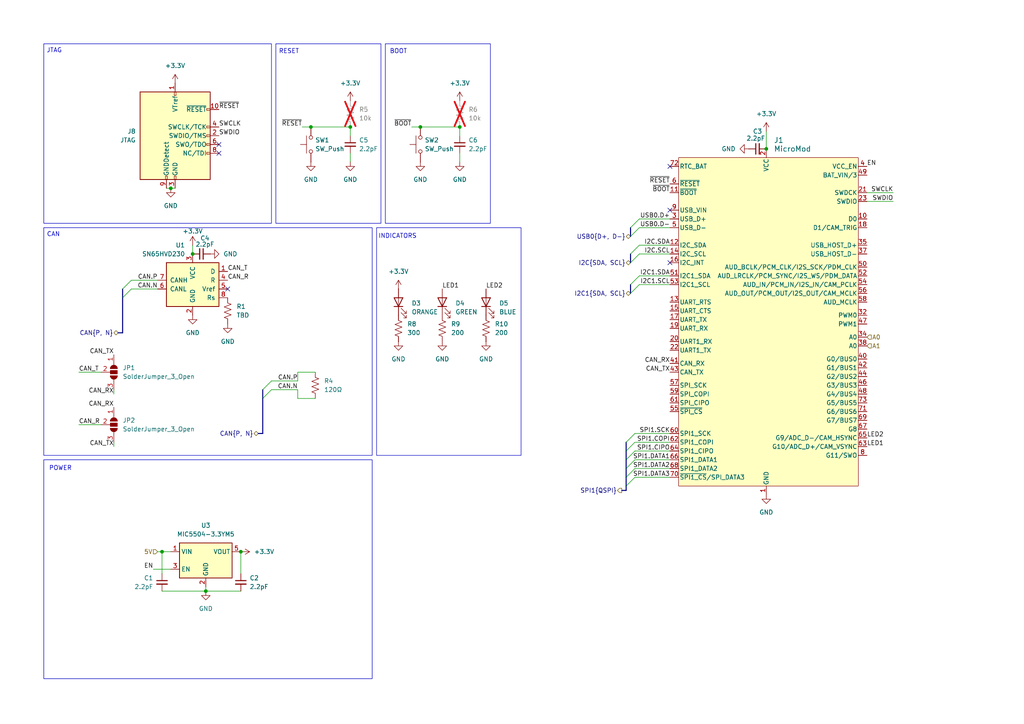
<source format=kicad_sch>
(kicad_sch (version 20231120) (generator "eeschema") (generator_version "8.0")
  (paper "A4")
  (lib_symbols
    (symbol "Connector:Conn_ARM_JTAG_SWD_10" (pin_names (offset 1.016))
      (property "Reference" "J" (at -2.54 16.51 0))
      (property "Value" "Conn_ARM_JTAG_SWD_10" (at -2.54 13.97 0))
      (symbol "Conn_ARM_JTAG_SWD_10_0_1"
        (rectangle (start -10.16 12.7) (end 10.16 -12.7) (stroke (width 0.254)) (fill (type background)))
        (rectangle (start -2.794 -12.7) (end -2.286 -11.684))
        (rectangle (start -0.254 -12.7) (end 0.254 -11.684))
        (rectangle (start -0.254 12.7) (end 0.254 11.684))
        (rectangle (start 9.144 2.286) (end 10.16 2.794))
        (rectangle (start 10.16 -2.794) (end 9.144 -2.286))
        (rectangle (start 10.16 -0.254) (end 9.144 0.254))
        (rectangle (start 10.16 7.874) (end 9.144 7.366))
      )
      (symbol "Conn_ARM_JTAG_SWD_10_1_1"
        (rectangle (start 9.144 -5.334) (end 10.16 -4.826))
        (pin power_in line (at 0 15.24 270) (length 2.54) (name "VTref") (number "1"))
        (pin open_collector line (at 12.7 7.62 180) (length 2.54) (name "~{RESET}") (number "10"))
        (pin bidirectional line (at 12.7 0 180) (length 2.54) (name "SWDIO/TMS") (number "2"))
        (pin power_in line (at 0 -15.24 90) (length 2.54) (name "GND") (number "3"))
        (pin output line (at 12.7 2.54 180) (length 2.54) (name "SWCLK/TCK") (number "4"))
        (pin passive line (at 0 -15.24 90) (length 2.54) hide (name "GND") (number "5"))
        (pin input line (at 12.7 -2.54 180) (length 2.54) (name "SWO/TDO") (number "6"))
        (pin no_connect line (at -10.16 0 0) (length 2.54) hide (name "KEY") (number "7"))
        (pin output line (at 12.7 -5.08 180) (length 2.54) (name "NC/TDI") (number "8"))
        (pin passive line (at -2.54 -15.24 90) (length 2.54) (name "GNDDetect") (number "9"))
      )
    )
    (symbol "Device:C_Small" (pin_numbers hide) (pin_names (offset 0.254) hide)
      (property "Reference" "C" (at 0.254 1.778 0))
      (property "Value" "C_Small" (at 0.254 -2.032 0))
      (symbol "C_Small_0_1"
        (polyline (pts (xy -1.524 -0.508) (xy 1.524 -0.508)) (stroke (width 0.3302)))
        (polyline (pts (xy -1.524 0.508) (xy 1.524 0.508)) (stroke (width 0.3048)))
      )
      (symbol "C_Small_1_1"
        (pin passive line (at 0 2.54 270) (length 2.032) (name "~") (number "1"))
        (pin passive line (at 0 -2.54 90) (length 2.032) (name "~") (number "2"))
      )
    )
    (symbol "Device:LED" (pin_numbers hide) (pin_names (offset 1.016) hide)
      (property "Reference" "D" (at 0 2.54 0))
      (property "Value" "LED" (at 0 -2.54 0))
      (symbol "LED_0_1"
        (polyline (pts (xy -1.27 -1.27) (xy -1.27 1.27)) (stroke (width 0.254)))
        (polyline (pts (xy -1.27 0) (xy 1.27 0)))
        (polyline (pts (xy 1.27 -1.27) (xy 1.27 1.27) (xy -1.27 0) (xy 1.27 -1.27)) (stroke (width 0.254)))
        (polyline (pts (xy -3.048 -0.762) (xy -4.572 -2.286) (xy -3.81 -2.286) (xy -4.572 -2.286) (xy -4.572 -1.524)))
        (polyline (pts (xy -1.778 -0.762) (xy -3.302 -2.286) (xy -2.54 -2.286) (xy -3.302 -2.286) (xy -3.302 -1.524)))
      )
      (symbol "LED_1_1"
        (pin passive line (at -3.81 0 0) (length 2.54) (name "K") (number "1"))
        (pin passive line (at 3.81 0 180) (length 2.54) (name "A") (number "2"))
      )
    )
    (symbol "Device:R_US" (pin_numbers hide) (pin_names (offset 0))
      (property "Reference" "R" (at 2.54 0 90))
      (property "Value" "R_US" (at -2.54 0 90))
      (symbol "R_US_0_1"
        (polyline (pts (xy 0 -2.286) (xy 0 -2.54)))
        (polyline (pts (xy 0 2.286) (xy 0 2.54)))
        (polyline (pts (xy 0 -0.762) (xy 1.016 -1.143) (xy 0 -1.524) (xy -1.016 -1.905) (xy 0 -2.286)))
        (polyline (pts (xy 0 0.762) (xy 1.016 0.381) (xy 0 0) (xy -1.016 -0.381) (xy 0 -0.762)))
        (polyline (pts (xy 0 2.286) (xy 1.016 1.905) (xy 0 1.524) (xy -1.016 1.143) (xy 0 0.762)))
      )
      (symbol "R_US_1_1"
        (pin passive line (at 0 3.81 270) (length 1.27) (name "~") (number "1"))
        (pin passive line (at 0 -3.81 90) (length 1.27) (name "~") (number "2"))
      )
    )
    (symbol "Interface_CAN_LIN:SN65HVD230" (pin_names (offset 1.016))
      (property "Reference" "U" (at -2.54 10.16 0))
      (property "Value" "SN65HVD230" (at -2.54 7.62 0))
      (symbol "SN65HVD230_0_1"
        (rectangle (start -7.62 5.08) (end 7.62 -7.62) (stroke (width 0.254)) (fill (type background)))
      )
      (symbol "SN65HVD230_1_1"
        (pin input line (at -10.16 2.54 0) (length 2.54) (name "D") (number "1"))
        (pin power_in line (at 0 -10.16 90) (length 2.54) (name "GND") (number "2"))
        (pin power_in line (at 0 7.62 270) (length 2.54) (name "VCC") (number "3"))
        (pin output line (at -10.16 0 0) (length 2.54) (name "R") (number "4"))
        (pin output line (at -10.16 -2.54 0) (length 2.54) (name "Vref") (number "5"))
        (pin bidirectional line (at 10.16 -2.54 180) (length 2.54) (name "CANL") (number "6"))
        (pin bidirectional line (at 10.16 0 180) (length 2.54) (name "CANH") (number "7"))
        (pin input line (at -10.16 -5.08 0) (length 2.54) (name "Rs") (number "8"))
      )
    )
    (symbol "Jumper:SolderJumper_3_Open" (pin_names (offset 0) hide) (exclude_from_sim yes) (in_bom no)
      (property "Reference" "JP" (at -2.54 -2.54 0))
      (property "Value" "SolderJumper_3_Open" (at 0 2.794 0))
      (symbol "SolderJumper_3_Open_0_1"
        (arc (start -1.016 1.016) (mid -2.0276 0) (end -1.016 -1.016))
        (arc (start -1.016 1.016) (mid -2.0276 0) (end -1.016 -1.016) (fill (type outline)))
        (rectangle (start -0.508 1.016) (end 0.508 -1.016) (fill (type outline)))
        (polyline (pts (xy -2.54 0) (xy -2.032 0)))
        (polyline (pts (xy -1.016 1.016) (xy -1.016 -1.016)))
        (polyline (pts (xy 0 -1.27) (xy 0 -1.016)))
        (polyline (pts (xy 1.016 1.016) (xy 1.016 -1.016)))
        (polyline (pts (xy 2.54 0) (xy 2.032 0)))
        (arc (start 1.016 -1.016) (mid 2.0276 0) (end 1.016 1.016))
        (arc (start 1.016 -1.016) (mid 2.0276 0) (end 1.016 1.016) (fill (type outline)))
      )
      (symbol "SolderJumper_3_Open_1_1"
        (pin passive line (at -5.08 0 0) (length 2.54) (name "A") (number "1"))
        (pin passive line (at 0 -3.81 90) (length 2.54) (name "C") (number "2"))
        (pin passive line (at 5.08 0 180) (length 2.54) (name "B") (number "3"))
      )
    )
    (symbol "Regulator_Linear:MIC5504-3.3YM5"
      (property "Reference" "U" (at -7.62 8.89 0))
      (property "Value" "MIC5504-3.3YM5" (at -7.62 6.35 0))
      (symbol "MIC5504-3.3YM5_0_1"
        (rectangle (start -7.62 -5.08) (end 7.62 5.08) (stroke (width 0.254)) (fill (type background)))
      )
      (symbol "MIC5504-3.3YM5_1_1"
        (pin power_in line (at -10.16 2.54 0) (length 2.54) (name "VIN") (number "1"))
        (pin power_in line (at 0 -7.62 90) (length 2.54) (name "GND") (number "2"))
        (pin input line (at -10.16 -2.54 0) (length 2.54) (name "EN") (number "3"))
        (pin no_connect line (at 7.62 -2.54 180) (length 2.54) hide (name "NC") (number "4"))
        (pin power_out line (at 10.16 2.54 180) (length 2.54) (name "VOUT") (number "5"))
      )
    )
    (symbol "SJSU_common:MicroMod" (pin_names (offset 0.254))
      (property "Reference" "J" (at 16.256 12.7 0))
      (property "Value" "MicroMod" (at 16.51 10.16 0))
      (symbol "MicroMod_1_1"
        (rectangle (start -8.89 2.54) (end 43.18 -92.71) (fill (type background)))
        (pin power_out line (at 16.51 -95.25 90) (length 2.54) (name "GND") (number "1"))
        (pin bidirectional line (at 45.72 -15.24 180) (length 2.54) (name "D0") (number "10"))
        (pin open_collector line (at -11.43 -7.62 0) (length 2.54) (name "~{BOOT}") (number "11"))
        (pin bidirectional line (at -11.43 -22.86 0) (length 2.54) (name "I2C_SDA") (number "12"))
        (pin output line (at -11.43 -39.37 0) (length 2.54) (name "UART_RTS") (number "13"))
        (pin bidirectional line (at -11.43 -25.4 0) (length 2.54) (name "I2C_SCL") (number "14"))
        (pin input line (at -11.43 -41.91 0) (length 2.54) (name "UART_CTS") (number "15"))
        (pin open_collector line (at -11.43 -27.94 0) (length 2.54) (name "I2C_INT") (number "16"))
        (pin output line (at -11.43 -44.45 0) (length 2.54) (name "UART_TX") (number "17"))
        (pin bidirectional line (at 45.72 -17.78 180) (length 2.54) (name "D1/CAM_TRIG") (number "18"))
        (pin input line (at -11.43 -46.99 0) (length 2.54) (name "UART_RX") (number "19"))
        (pin power_in line (at 16.51 5.08 270) (length 2.54) (name "VCC") (number "2"))
        (pin input line (at -11.43 -50.8 0) (length 2.54) (name "UART1_RX") (number "20"))
        (pin input line (at 45.72 -7.62 180) (length 2.54) (name "SWDCK") (number "21"))
        (pin output line (at -11.43 -53.34 0) (length 2.54) (name "UART1_TX") (number "22"))
        (pin output line (at 45.72 -10.16 180) (length 2.54) (name "SWDIO") (number "23"))
        (pin bidirectional line (at -11.43 -15.24 0) (length 2.54) (name "USB_D+") (number "3"))
        (pin output line (at 45.72 -43.18 180) (length 2.54) (name "PWM0") (number "32"))
        (pin power_out line (at 16.51 -95.25 90) (length 2.54) hide (name "GND") (number "33"))
        (pin output line (at 45.72 -49.53 180) (length 2.54) (name "A0") (number "34"))
        (pin bidirectional line (at 45.72 -22.86 180) (length 2.54) (name "USB_HOST_D+") (number "35"))
        (pin power_out line (at 16.51 -95.25 90) (length 2.54) hide (name "GND") (number "36"))
        (pin power_out line (at 16.51 -95.25 90) (length 2.54) hide (name "GND") (number "36"))
        (pin bidirectional line (at 45.72 -25.4 180) (length 2.54) (name "USB_HOST_D-") (number "37"))
        (pin output line (at 45.72 -52.07 180) (length 2.54) (name "A0") (number "38"))
        (pin power_out line (at 16.51 -95.25 90) (length 2.54) hide (name "GND") (number "39"))
        (pin output line (at 45.72 0 180) (length 2.54) (name "VCC_EN") (number "4"))
        (pin bidirectional line (at 45.72 -55.88 180) (length 2.54) (name "G0/BUS0") (number "40"))
        (pin input line (at -11.43 -57.15 0) (length 2.54) (name "CAN_RX") (number "41"))
        (pin bidirectional line (at 45.72 -58.42 180) (length 2.54) (name "G1/BUS1") (number "42"))
        (pin output line (at -11.43 -59.69 0) (length 2.54) (name "CAN_TX") (number "43"))
        (pin bidirectional line (at 45.72 -60.96 180) (length 2.54) (name "G2/BUS2") (number "44"))
        (pin power_out line (at 16.51 -95.25 90) (length 2.54) hide (name "GND") (number "45"))
        (pin bidirectional line (at 45.72 -63.5 180) (length 2.54) (name "G3/BUS3") (number "46"))
        (pin output line (at 45.72 -45.72 180) (length 2.54) (name "PWM1") (number "47"))
        (pin bidirectional line (at 45.72 -66.04 180) (length 2.54) (name "G4/BUS4") (number "48"))
        (pin input line (at 45.72 -2.54 180) (length 2.54) (name "BAT_VIN/3") (number "49"))
        (pin bidirectional line (at -11.43 -17.78 0) (length 2.54) (name "USB_D-") (number "5"))
        (pin bidirectional line (at 45.72 -29.21 180) (length 2.54) (name "AUD_BCLK/PCM_CLK/I2S_SCK/PDM_CLK") (number "50"))
        (pin bidirectional line (at -11.43 -31.75 0) (length 2.54) (name "I2C1_SDA") (number "51"))
        (pin bidirectional line (at 45.72 -31.75 180) (length 2.54) (name "AUD_LRCLK/PCM_SYNC/I2S_WS/PDM_DATA") (number "52"))
        (pin bidirectional line (at -11.43 -34.29 0) (length 2.54) (name "I2C1_SCL") (number "53"))
        (pin input line (at 45.72 -34.29 180) (length 2.54) (name "AUD_IN/PCM_IN/I2S_IN/CAM_PCLK") (number "54"))
        (pin output line (at -11.43 -71.12 0) (length 2.54) (name "~{SPI_CS}") (number "55"))
        (pin output line (at 45.72 -36.83 180) (length 2.54) (name "AUD_OUT/PCM_OUT/I2S_OUT/CAM_MCLK") (number "56"))
        (pin output line (at -11.43 -63.5 0) (length 2.54) (name "SPI_SCK") (number "57"))
        (pin output line (at 45.72 -39.37 180) (length 2.54) (name "AUD_MCLK") (number "58"))
        (pin output line (at -11.43 -66.04 0) (length 2.54) (name "SPI_COPI") (number "59"))
        (pin open_collector line (at -11.43 -5.08 0) (length 2.54) (name "~{RESET}") (number "6"))
        (pin output line (at -11.43 -77.47 0) (length 2.54) (name "SPI1_SCK") (number "60"))
        (pin output line (at -11.43 -68.58 0) (length 2.54) (name "SPI_CIPO") (number "61"))
        (pin output line (at -11.43 -80.01 0) (length 2.54) (name "SPI1_COPI") (number "62"))
        (pin bidirectional line (at 45.72 -81.28 180) (length 2.54) (name "G10/ADC_D+/CAM_VSYNC") (number "63"))
        (pin output line (at -11.43 -82.55 0) (length 2.54) (name "SPI1_CIPO") (number "64"))
        (pin bidirectional line (at 45.72 -78.74 180) (length 2.54) (name "G9/ADC_D-/CAM_HSYNC") (number "65"))
        (pin output line (at -11.43 -85.09 0) (length 2.54) (name "SPI1_DATA1") (number "66"))
        (pin bidirectional line (at 45.72 -76.2 180) (length 2.54) (name "G8") (number "67"))
        (pin output line (at -11.43 -87.63 0) (length 2.54) (name "SPI1_DATA2") (number "68"))
        (pin bidirectional line (at 45.72 -73.66 180) (length 2.54) (name "G7/BUS7") (number "69"))
        (pin power_out line (at 16.51 -95.25 90) (length 2.54) hide (name "GND") (number "7"))
        (pin bidirectional line (at -11.43 -90.17 0) (length 2.54) (name "~{SPI1_CS}/SPI_DATA3") (number "70"))
        (pin bidirectional line (at 45.72 -71.12 180) (length 2.54) (name "G6/BUS6") (number "71"))
        (pin power_in line (at -11.43 0 0) (length 2.54) (name "RTC_BAT") (number "72"))
        (pin bidirectional line (at 45.72 -68.58 180) (length 2.54) (name "G5/BUS5") (number "73"))
        (pin power_in line (at 16.51 -95.25 90) (length 2.54) hide (name "GND") (number "74"))
        (pin power_out line (at 16.51 -95.25 90) (length 2.54) hide (name "GND") (number "75"))
        (pin bidirectional line (at 45.72 -83.82 180) (length 2.54) (name "G11/SWO") (number "8"))
        (pin power_in line (at -11.43 -12.7 0) (length 2.54) (name "USB_VIN") (number "9"))
        (pin power_out line (at 16.51 -95.25 90) (length 2.54) hide (name "GND") (number "S1"))
        (pin power_out line (at 16.51 -95.25 90) (length 2.54) hide (name "GND") (number "S2"))
        (pin power_out line (at 16.51 -95.25 90) (length 2.54) hide (name "GND") (number "S3"))
      )
      (symbol "MicroMod_1_2"
        (polyline (pts (xy 5.08 -86.36) (xy 12.7 -86.36)) (stroke (width 0.127)))
        (polyline (pts (xy 5.08 2.54) (xy 5.08 -86.36)) (stroke (width 0.127)))
        (polyline (pts (xy 7.62 -83.82) (xy 5.08 -83.82)) (stroke (width 0.127)))
        (polyline (pts (xy 7.62 -83.82) (xy 8.89 -84.6667)) (stroke (width 0.127)))
        (polyline (pts (xy 7.62 -83.82) (xy 8.89 -82.9733)) (stroke (width 0.127)))
        (polyline (pts (xy 7.62 -81.28) (xy 5.08 -81.28)) (stroke (width 0.127)))
        (polyline (pts (xy 7.62 -81.28) (xy 8.89 -82.1267)) (stroke (width 0.127)))
        (polyline (pts (xy 7.62 -81.28) (xy 8.89 -80.4333)) (stroke (width 0.127)))
        (polyline (pts (xy 7.62 -78.74) (xy 5.08 -78.74)) (stroke (width 0.127)))
        (polyline (pts (xy 7.62 -78.74) (xy 8.89 -79.5867)) (stroke (width 0.127)))
        (polyline (pts (xy 7.62 -78.74) (xy 8.89 -77.8933)) (stroke (width 0.127)))
        (polyline (pts (xy 7.62 -76.2) (xy 5.08 -76.2)) (stroke (width 0.127)))
        (polyline (pts (xy 7.62 -76.2) (xy 8.89 -77.0467)) (stroke (width 0.127)))
        (polyline (pts (xy 7.62 -76.2) (xy 8.89 -75.3533)) (stroke (width 0.127)))
        (polyline (pts (xy 7.62 -73.66) (xy 5.08 -73.66)) (stroke (width 0.127)))
        (polyline (pts (xy 7.62 -73.66) (xy 8.89 -74.5067)) (stroke (width 0.127)))
        (polyline (pts (xy 7.62 -73.66) (xy 8.89 -72.8133)) (stroke (width 0.127)))
        (polyline (pts (xy 7.62 -71.12) (xy 5.08 -71.12)) (stroke (width 0.127)))
        (polyline (pts (xy 7.62 -71.12) (xy 8.89 -71.9667)) (stroke (width 0.127)))
        (polyline (pts (xy 7.62 -71.12) (xy 8.89 -70.2733)) (stroke (width 0.127)))
        (polyline (pts (xy 7.62 -68.58) (xy 5.08 -68.58)) (stroke (width 0.127)))
        (polyline (pts (xy 7.62 -68.58) (xy 8.89 -69.4267)) (stroke (width 0.127)))
        (polyline (pts (xy 7.62 -68.58) (xy 8.89 -67.7333)) (stroke (width 0.127)))
        (polyline (pts (xy 7.62 -66.04) (xy 5.08 -66.04)) (stroke (width 0.127)))
        (polyline (pts (xy 7.62 -66.04) (xy 8.89 -66.8867)) (stroke (width 0.127)))
        (polyline (pts (xy 7.62 -66.04) (xy 8.89 -65.1933)) (stroke (width 0.127)))
        (polyline (pts (xy 7.62 -63.5) (xy 5.08 -63.5)) (stroke (width 0.127)))
        (polyline (pts (xy 7.62 -63.5) (xy 8.89 -64.3467)) (stroke (width 0.127)))
        (polyline (pts (xy 7.62 -63.5) (xy 8.89 -62.6533)) (stroke (width 0.127)))
        (polyline (pts (xy 7.62 -60.96) (xy 5.08 -60.96)) (stroke (width 0.127)))
        (polyline (pts (xy 7.62 -60.96) (xy 8.89 -61.8067)) (stroke (width 0.127)))
        (polyline (pts (xy 7.62 -60.96) (xy 8.89 -60.1133)) (stroke (width 0.127)))
        (polyline (pts (xy 7.62 -58.42) (xy 5.08 -58.42)) (stroke (width 0.127)))
        (polyline (pts (xy 7.62 -58.42) (xy 8.89 -59.2667)) (stroke (width 0.127)))
        (polyline (pts (xy 7.62 -58.42) (xy 8.89 -57.5733)) (stroke (width 0.127)))
        (polyline (pts (xy 7.62 -55.88) (xy 5.08 -55.88)) (stroke (width 0.127)))
        (polyline (pts (xy 7.62 -55.88) (xy 8.89 -56.7267)) (stroke (width 0.127)))
        (polyline (pts (xy 7.62 -55.88) (xy 8.89 -55.0333)) (stroke (width 0.127)))
        (polyline (pts (xy 7.62 -53.34) (xy 5.08 -53.34)) (stroke (width 0.127)))
        (polyline (pts (xy 7.62 -53.34) (xy 8.89 -54.1867)) (stroke (width 0.127)))
        (polyline (pts (xy 7.62 -53.34) (xy 8.89 -52.4933)) (stroke (width 0.127)))
        (polyline (pts (xy 7.62 -50.8) (xy 5.08 -50.8)) (stroke (width 0.127)))
        (polyline (pts (xy 7.62 -50.8) (xy 8.89 -51.6467)) (stroke (width 0.127)))
        (polyline (pts (xy 7.62 -50.8) (xy 8.89 -49.9533)) (stroke (width 0.127)))
        (polyline (pts (xy 7.62 -48.26) (xy 5.08 -48.26)) (stroke (width 0.127)))
        (polyline (pts (xy 7.62 -48.26) (xy 8.89 -49.1067)) (stroke (width 0.127)))
        (polyline (pts (xy 7.62 -48.26) (xy 8.89 -47.4133)) (stroke (width 0.127)))
        (polyline (pts (xy 7.62 -45.72) (xy 5.08 -45.72)) (stroke (width 0.127)))
        (polyline (pts (xy 7.62 -45.72) (xy 8.89 -46.5667)) (stroke (width 0.127)))
        (polyline (pts (xy 7.62 -45.72) (xy 8.89 -44.8733)) (stroke (width 0.127)))
        (polyline (pts (xy 7.62 -43.18) (xy 5.08 -43.18)) (stroke (width 0.127)))
        (polyline (pts (xy 7.62 -43.18) (xy 8.89 -44.0267)) (stroke (width 0.127)))
        (polyline (pts (xy 7.62 -43.18) (xy 8.89 -42.3333)) (stroke (width 0.127)))
        (polyline (pts (xy 7.62 -40.64) (xy 5.08 -40.64)) (stroke (width 0.127)))
        (polyline (pts (xy 7.62 -40.64) (xy 8.89 -41.4867)) (stroke (width 0.127)))
        (polyline (pts (xy 7.62 -40.64) (xy 8.89 -39.7933)) (stroke (width 0.127)))
        (polyline (pts (xy 7.62 -38.1) (xy 5.08 -38.1)) (stroke (width 0.127)))
        (polyline (pts (xy 7.62 -38.1) (xy 8.89 -38.9467)) (stroke (width 0.127)))
        (polyline (pts (xy 7.62 -38.1) (xy 8.89 -37.2533)) (stroke (width 0.127)))
        (polyline (pts (xy 7.62 -35.56) (xy 5.08 -35.56)) (stroke (width 0.127)))
        (polyline (pts (xy 7.62 -35.56) (xy 8.89 -36.4067)) (stroke (width 0.127)))
        (polyline (pts (xy 7.62 -35.56) (xy 8.89 -34.7133)) (stroke (width 0.127)))
        (polyline (pts (xy 7.62 -33.02) (xy 5.08 -33.02)) (stroke (width 0.127)))
        (polyline (pts (xy 7.62 -33.02) (xy 8.89 -33.8667)) (stroke (width 0.127)))
        (polyline (pts (xy 7.62 -33.02) (xy 8.89 -32.1733)) (stroke (width 0.127)))
        (polyline (pts (xy 7.62 -30.48) (xy 5.08 -30.48)) (stroke (width 0.127)))
        (polyline (pts (xy 7.62 -30.48) (xy 8.89 -31.3267)) (stroke (width 0.127)))
        (polyline (pts (xy 7.62 -30.48) (xy 8.89 -29.6333)) (stroke (width 0.127)))
        (polyline (pts (xy 7.62 -27.94) (xy 5.08 -27.94)) (stroke (width 0.127)))
        (polyline (pts (xy 7.62 -27.94) (xy 8.89 -28.7867)) (stroke (width 0.127)))
        (polyline (pts (xy 7.62 -27.94) (xy 8.89 -27.0933)) (stroke (width 0.127)))
        (polyline (pts (xy 7.62 -25.4) (xy 5.08 -25.4)) (stroke (width 0.127)))
        (polyline (pts (xy 7.62 -25.4) (xy 8.89 -26.2467)) (stroke (width 0.127)))
        (polyline (pts (xy 7.62 -25.4) (xy 8.89 -24.5533)) (stroke (width 0.127)))
        (polyline (pts (xy 7.62 -22.86) (xy 5.08 -22.86)) (stroke (width 0.127)))
        (polyline (pts (xy 7.62 -22.86) (xy 8.89 -23.7067)) (stroke (width 0.127)))
        (polyline (pts (xy 7.62 -22.86) (xy 8.89 -22.0133)) (stroke (width 0.127)))
        (polyline (pts (xy 7.62 -20.32) (xy 5.08 -20.32)) (stroke (width 0.127)))
        (polyline (pts (xy 7.62 -20.32) (xy 8.89 -21.1667)) (stroke (width 0.127)))
        (polyline (pts (xy 7.62 -20.32) (xy 8.89 -19.4733)) (stroke (width 0.127)))
        (polyline (pts (xy 7.62 -17.78) (xy 5.08 -17.78)) (stroke (width 0.127)))
        (polyline (pts (xy 7.62 -17.78) (xy 8.89 -18.6267)) (stroke (width 0.127)))
        (polyline (pts (xy 7.62 -17.78) (xy 8.89 -16.9333)) (stroke (width 0.127)))
        (polyline (pts (xy 7.62 -15.24) (xy 5.08 -15.24)) (stroke (width 0.127)))
        (polyline (pts (xy 7.62 -15.24) (xy 8.89 -16.0867)) (stroke (width 0.127)))
        (polyline (pts (xy 7.62 -15.24) (xy 8.89 -14.3933)) (stroke (width 0.127)))
        (polyline (pts (xy 7.62 -12.7) (xy 5.08 -12.7)) (stroke (width 0.127)))
        (polyline (pts (xy 7.62 -12.7) (xy 8.89 -13.5467)) (stroke (width 0.127)))
        (polyline (pts (xy 7.62 -12.7) (xy 8.89 -11.8533)) (stroke (width 0.127)))
        (polyline (pts (xy 7.62 -10.16) (xy 5.08 -10.16)) (stroke (width 0.127)))
        (polyline (pts (xy 7.62 -10.16) (xy 8.89 -11.0067)) (stroke (width 0.127)))
        (polyline (pts (xy 7.62 -10.16) (xy 8.89 -9.3133)) (stroke (width 0.127)))
        (polyline (pts (xy 7.62 -7.62) (xy 5.08 -7.62)) (stroke (width 0.127)))
        (polyline (pts (xy 7.62 -7.62) (xy 8.89 -8.4667)) (stroke (width 0.127)))
        (polyline (pts (xy 7.62 -7.62) (xy 8.89 -6.7733)) (stroke (width 0.127)))
        (polyline (pts (xy 7.62 -5.08) (xy 5.08 -5.08)) (stroke (width 0.127)))
        (polyline (pts (xy 7.62 -5.08) (xy 8.89 -5.9267)) (stroke (width 0.127)))
        (polyline (pts (xy 7.62 -5.08) (xy 8.89 -4.2333)) (stroke (width 0.127)))
        (polyline (pts (xy 7.62 -2.54) (xy 5.08 -2.54)) (stroke (width 0.127)))
        (polyline (pts (xy 7.62 -2.54) (xy 8.89 -3.3867)) (stroke (width 0.127)))
        (polyline (pts (xy 7.62 -2.54) (xy 8.89 -1.6933)) (stroke (width 0.127)))
        (polyline (pts (xy 7.62 0) (xy 5.08 0)) (stroke (width 0.127)))
        (polyline (pts (xy 7.62 0) (xy 8.89 -0.8467)) (stroke (width 0.127)))
        (polyline (pts (xy 7.62 0) (xy 8.89 0.8467)) (stroke (width 0.127)))
        (polyline (pts (xy 12.7 -86.36) (xy 12.7 2.54)) (stroke (width 0.127)))
        (polyline (pts (xy 12.7 2.54) (xy 5.08 2.54)) (stroke (width 0.127)))
      )
    )
    (symbol "Switch:SW_Push" (pin_numbers hide) (pin_names (offset 1.016) hide)
      (property "Reference" "SW" (at 1.27 2.54 0))
      (property "Value" "SW_Push" (at 0 -1.524 0))
      (symbol "SW_Push_0_1"
        (circle (center -2.032 0) (radius 0.508))
        (polyline (pts (xy 0 1.27) (xy 0 3.048)))
        (polyline (pts (xy 2.54 1.27) (xy -2.54 1.27)))
        (circle (center 2.032 0) (radius 0.508))
        (pin passive line (at -5.08 0 0) (length 2.54) (name "1") (number "1"))
        (pin passive line (at 5.08 0 180) (length 2.54) (name "2") (number "2"))
      )
    )
    (symbol "power:+3.3V" (power) (pin_numbers hide) (pin_names (offset 0) hide)
      (property "Value" "+3.3V" (at 0 3.556 0))
      (symbol "+3.3V_0_1"
        (polyline (pts (xy -0.762 1.27) (xy 0 2.54)))
        (polyline (pts (xy 0 0) (xy 0 2.54)))
        (polyline (pts (xy 0 2.54) (xy 0.762 1.27)))
      )
      (symbol "+3.3V_1_1"
        (pin power_in line (at 0 0 90) (length 0) (name "~") (number "1"))
      )
    )
    (symbol "power:GND" (power) (pin_numbers hide) (pin_names (offset 0) hide)
      (property "Value" "GND" (at 0 -3.81 0))
      (symbol "GND_0_1"
        (polyline (pts (xy 0 0) (xy 0 -1.27) (xy 1.27 -1.27) (xy 0 -2.54) (xy -1.27 -1.27) (xy 0 -1.27)))
      )
      (symbol "GND_1_1"
        (pin power_in line (at 0 0 270) (length 0) (name "~") (number "1"))
      )
    )
  )
  (bus_alias "QSPI" (members "SCK" "COPI" "CIPO" "DATA1" "DATA2" "DATA3"))
  (junction (at 222.25 43.18))
  (junction (at 49.53 54.61))
  (junction (at 69.85 160.02))
  (junction (at 90.17 36.83))
  (junction (at 101.6 36.83))
  (junction (at 46.99 160.02))
  (junction (at 59.69 171.45))
  (junction (at 133.35 36.83))
  (junction (at 55.88 73.66))
  (junction (at 121.92 36.83))
  (no_connect (at 66.04 83.82))
  (no_connect (at 194.31 60.96))
  (no_connect (at 194.31 48.26))
  (no_connect (at 63.5 41.91))
  (no_connect (at 194.31 76.2))
  (no_connect (at 63.5 44.45))
  (bus_entry (at 181.61 133.35) (size 2.54 -2.54))
  (bus_entry (at 35.56 86.36) (size 2.54 -2.54))
  (bus_entry (at 181.61 140.97) (size 2.54 -2.54))
  (bus_entry (at 182.88 68.58) (size 2.54 -2.54))
  (bus_entry (at 182.88 82.55) (size 2.54 -2.54))
  (bus_entry (at 181.61 130.81) (size 2.54 -2.54))
  (bus_entry (at 35.56 83.82) (size 2.54 -2.54))
  (bus_entry (at 182.88 66.04) (size 2.54 -2.54))
  (bus_entry (at 182.88 76.2) (size 2.54 -2.54))
  (bus_entry (at 182.88 85.09) (size 2.54 -2.54))
  (bus_entry (at 181.61 128.27) (size 2.54 -2.54))
  (bus_entry (at 182.88 73.66) (size 2.54 -2.54))
  (bus_entry (at 76.2 115.57) (size 2.54 -2.54))
  (bus_entry (at 181.61 138.43) (size 2.54 -2.54))
  (bus_entry (at 181.61 135.89) (size 2.54 -2.54))
  (bus_entry (at 76.2 113.03) (size 2.54 -2.54))
  (wire (pts (xy 46.99 160.02) (xy 49.53 160.02)))
  (wire (pts (xy 46.99 171.45) (xy 59.69 171.45)))
  (wire (pts (xy 69.85 166.37) (xy 69.85 160.02)))
  (wire (pts (xy 133.35 39.37) (xy 133.35 36.83)))
  (bus (pts (xy 76.2 115.57) (xy 76.2 113.03)))
  (wire (pts (xy 38.1 81.28) (xy 45.72 81.28)))
  (bus (pts (xy 182.88 66.04) (xy 182.88 68.58)))
  (bus (pts (xy 181.61 140.97) (xy 181.61 138.43)))
  (bus (pts (xy 76.2 125.73) (xy 76.2 115.57)))
  (wire (pts (xy 184.15 138.43) (xy 194.31 138.43)))
  (bus (pts (xy 181.61 138.43) (xy 181.61 135.89)))
  (wire (pts (xy 133.35 44.45) (xy 133.35 46.99)))
  (bus (pts (xy 181.61 133.35) (xy 181.61 130.81)))
  (wire (pts (xy 33.02 114.3) (xy 33.02 113.03)))
  (bus (pts (xy 181.61 142.24) (xy 181.61 140.97)))
  (wire (pts (xy 184.15 125.73) (xy 194.31 125.73)))
  (wire (pts (xy 90.17 36.83) (xy 101.6 36.83)))
  (wire (pts (xy 185.42 82.55) (xy 194.31 82.55)))
  (bus (pts (xy 182.88 82.55) (xy 182.88 85.09)))
  (wire (pts (xy 184.15 128.27) (xy 194.31 128.27)))
  (bus (pts (xy 35.56 86.36) (xy 35.56 83.82)))
  (wire (pts (xy 78.74 110.49) (xy 86.36 110.49)))
  (wire (pts (xy 185.42 63.5) (xy 194.31 63.5)))
  (bus (pts (xy 74.93 125.73) (xy 76.2 125.73)))
  (wire (pts (xy 119.38 36.83) (xy 121.92 36.83)))
  (wire (pts (xy 185.42 66.04) (xy 194.31 66.04)))
  (wire (pts (xy 121.92 36.83) (xy 133.35 36.83)))
  (wire (pts (xy 49.53 54.61) (xy 50.8 54.61)))
  (wire (pts (xy 78.74 113.03) (xy 86.36 113.03)))
  (wire (pts (xy 45.72 160.02) (xy 46.99 160.02)))
  (bus (pts (xy 181.61 135.89) (xy 181.61 133.35)))
  (wire (pts (xy 101.6 39.37) (xy 101.6 36.83)))
  (wire (pts (xy 185.42 71.12) (xy 194.31 71.12)))
  (wire (pts (xy 22.86 107.95) (xy 29.21 107.95)))
  (wire (pts (xy 185.42 80.01) (xy 194.31 80.01)))
  (wire (pts (xy 59.69 171.45) (xy 59.69 170.18)))
  (wire (pts (xy 101.6 44.45) (xy 101.6 46.99)))
  (wire (pts (xy 184.15 135.89) (xy 194.31 135.89)))
  (wire (pts (xy 259.08 58.42) (xy 251.46 58.42)))
  (wire (pts (xy 55.88 71.12) (xy 55.88 73.66)))
  (wire (pts (xy 46.99 160.02) (xy 46.99 166.37)))
  (wire (pts (xy 184.15 133.35) (xy 194.31 133.35)))
  (bus (pts (xy 181.61 130.81) (xy 181.61 128.27)))
  (wire (pts (xy 86.36 107.95) (xy 86.36 110.49)))
  (bus (pts (xy 182.88 73.66) (xy 182.88 76.2)))
  (wire (pts (xy 91.44 107.95) (xy 86.36 107.95)))
  (bus (pts (xy 180.34 142.24) (xy 181.61 142.24)))
  (wire (pts (xy 38.1 83.82) (xy 45.72 83.82)))
  (wire (pts (xy 86.36 115.57) (xy 86.36 113.03)))
  (bus (pts (xy 34.29 96.52) (xy 35.56 96.52)))
  (wire (pts (xy 44.45 165.1) (xy 49.53 165.1)))
  (wire (pts (xy 259.08 55.88) (xy 251.46 55.88)))
  (wire (pts (xy 87.63 36.83) (xy 90.17 36.83)))
  (bus (pts (xy 35.56 96.52) (xy 35.56 86.36)))
  (wire (pts (xy 33.02 129.54) (xy 33.02 128.27)))
  (wire (pts (xy 48.26 54.61) (xy 49.53 54.61)))
  (wire (pts (xy 185.42 73.66) (xy 194.31 73.66)))
  (wire (pts (xy 59.69 171.45) (xy 69.85 171.45)))
  (wire (pts (xy 91.44 115.57) (xy 86.36 115.57)))
  (wire (pts (xy 22.86 123.19) (xy 29.21 123.19)))
  (wire (pts (xy 222.25 38.1) (xy 222.25 43.18)))
  (wire (pts (xy 184.15 130.81) (xy 194.31 130.81)))
  (rectangle (start 111.76 12.7) (end 142.24 64.77))
  (rectangle (start 80.01 12.7) (end 110.49 64.77))
  (rectangle (start 12.7 66.04) (end 107.95 132.08))
  (rectangle (start 109.22 66.04) (end 151.13 132.08))
  (rectangle (start 12.7 133.35) (end 107.95 196.85))
  (rectangle (start 12.7 12.7) (end 78.74 64.77))
  (text "JTAG\n" (at 15.748 14.732 0) (effects (font (size 1.27 1.27))))
  (text "CAN" (at 15.494 68.072 0) (effects (font (size 1.27 1.27))))
  (text "RESET" (at 83.82 14.986 0) (effects (font (size 1.27 1.27))))
  (text "INDICATORS" (at 115.316 68.58 0) (effects (font (size 1.27 1.27))))
  (text "BOOT" (at 115.57 14.986 0) (effects (font (size 1.27 1.27))))
  (text "POWER" (at 17.526 135.89 0) (effects (font (size 1.27 1.27))))
  (label "CAN_TX" (at 194.31 107.95 180))
  (label "USB0.D-" (at 194.31 66.04 180))
  (label "CAN_T" (at 22.86 107.95 0))
  (label "CAN_RX" (at 33.02 118.11 180))
  (label "CAN_RX" (at 194.31 105.41 180))
  (label "SWDIO" (at 259.08 58.42 180))
  (label "I2C1.SCL" (at 194.31 82.55 180))
  (label "CAN.N" (at 86.36 113.03 180))
  (label "CAN.P" (at 45.72 81.28 180))
  (label "CAN_T" (at 66.04 78.74 0))
  (label "SPI1.SCK" (at 194.31 125.73 180))
  (label "SWCLK" (at 259.08 55.88 180))
  (label "~{RESET}" (at 63.5 31.75 0))
  (label "CAN_TX" (at 33.02 129.54 180))
  (label "EN" (at 44.45 165.1 180))
  (label "CAN.P" (at 86.36 110.49 180))
  (label "CAN_R" (at 66.04 81.28 0))
  (label "I2C.SDA" (at 194.31 71.12 180))
  (label "~{BOOT}" (at 194.31 55.88 180))
  (label "CAN_RX" (at 33.02 114.3 180))
  (label "~{RESET}" (at 87.63 36.83 180))
  (label "I2C1.SDA" (at 194.31 80.01 180))
  (label "SPI1.CIPO" (at 194.31 130.81 180))
  (label "LED2" (at 140.97 83.82 0))
  (label "LED1" (at 251.46 129.54 0))
  (label "CAN.N" (at 45.72 83.82 180))
  (label "SPI1.DATA2" (at 194.31 135.89 180))
  (label "I2C.SCL" (at 194.31 73.66 180))
  (label "~{BOOT}" (at 119.38 36.83 180))
  (label "SWCLK" (at 63.5 36.83 0))
  (label "SPI1.DATA1" (at 194.31 133.35 180))
  (label "~{RESET}" (at 194.31 53.34 180))
  (label "USB0.D+" (at 194.31 63.5 180))
  (label "CAN_R" (at 22.86 123.19 0))
  (label "SPI1.COPI" (at 194.31 128.27 180))
  (label "SWDIO" (at 63.5 39.37 0))
  (label "EN" (at 251.46 48.26 0))
  (label "LED2" (at 251.46 127 0))
  (label "SPI1.DATA3" (at 194.31 138.43 180))
  (label "CAN_TX" (at 33.02 102.87 180))
  (label "LED1" (at 128.27 83.82 0))
  (hierarchical_label "CAN{P, N}" (shape bidirectional) (at 34.29 96.52 180))
  (hierarchical_label "A1" (shape input) (at 251.46 100.33 0))
  (hierarchical_label "CAN{P, N}" (shape bidirectional) (at 74.93 125.73 180))
  (hierarchical_label "USB0{D+, D-}" (shape bidirectional) (at 182.88 68.58 180))
  (hierarchical_label "5V" (shape input) (at 45.72 160.02 180))
  (hierarchical_label "A0" (shape input) (at 251.46 97.79 0))
  (hierarchical_label "SPI1{QSPI}" (shape output) (at 180.34 142.24 180))
  (hierarchical_label "I2C1{SDA, SCL}" (shape bidirectional) (at 182.88 85.09 180))
  (hierarchical_label "I2C{SDA, SCL}" (shape bidirectional) (at 182.88 76.2 180))
  (symbol (lib_id "power:GND") (at 115.57 99.06 0) (unit 1)
    (property "Reference" "#PWR047" (effects (hide yes)))
    (property "Value" "GND" (at 115.57 104.14 0))
    (property "Description" "Power symbol creates a global label with name \"GND\" , ground" (effects (hide yes)))
  )
  (symbol (lib_id "Regulator_Linear:MIC5504-3.3YM5") (at 59.69 162.56 0) (unit 1)
    (property "Reference" "U3" (at 59.69 152.4 0))
    (property "Value" "MIC5504-3.3YM5" (at 59.69 154.94 0))
    (property "Footprint" "Package_TO_SOT_SMD:SOT-23-5" (effects (hide yes)))
    (property "Datasheet" "http://ww1.microchip.com/downloads/en/DeviceDoc/MIC550X.pdf" (effects (hide yes)))
    (property "Description" "300mA Low-dropout Voltage Regulator, Vout 3.3V, Vin up to 5.5V, SOT-23" (effects (hide yes)))
    (property "LCSC #" "C88419" (effects (hide yes)))
    (property "Digikey #" "576-4764-1-ND" (effects (hide yes)))
  )
  (symbol (lib_id "power:+3.3V") (at 115.57 83.82 0) (unit 1)
    (property "Reference" "#PWR048" (effects (hide yes)))
    (property "Value" "+3.3V" (at 115.57 78.74 0))
    (property "Description" "Power symbol creates a global label with name \"+3.3V\"" (effects (hide yes)))
  )
  (symbol (lib_id "power:GND") (at 66.04 93.98 0) (unit 1)
    (property "Reference" "#PWR06" (effects (hide yes)))
    (property "Value" "GND" (at 66.04 99.06 0))
    (property "Description" "Power symbol creates a global label with name \"GND\" , ground" (effects (hide yes)))
  )
  (symbol (lib_id "power:GND") (at 60.96 73.66 90) (unit 1)
    (property "Reference" "#PWR018" (effects (hide yes)))
    (property "Value" "GND" (at 64.77 73.6601 90) (effects (justify right)))
    (property "Description" "Power symbol creates a global label with name \"GND\" , ground" (effects (hide yes)))
  )
  (symbol (lib_id "power:GND") (at 222.25 143.51 0) (unit 1)
    (property "Reference" "#PWR025" (effects (hide yes)))
    (property "Value" "GND" (at 222.25 148.59 0))
    (property "Description" "Power symbol creates a global label with name \"GND\" , ground" (effects (hide yes)))
  )
  (symbol (lib_id "Jumper:SolderJumper_3_Open") (at 33.02 107.95 270) (unit 1) (exclude_from_sim yes) (in_bom no)
    (property "Reference" "JP1" (at 35.56 106.6799 90) (effects (justify left)))
    (property "Value" "SolderJumper_3_Open" (at 35.56 109.2199 90) (effects (justify left)))
    (property "Footprint" "Jumper:SolderJumper-3_P1.3mm_Open_RoundedPad1.0x1.5mm" (effects (hide yes)))
    (property "Description" "Solder Jumper, 3-pole, open" (effects (hide yes)))
  )
  (symbol (lib_id "Connector:Conn_ARM_JTAG_SWD_10") (at 50.8 39.37 0) (unit 1)
    (property "Reference" "J8" (at 39.37 38.0999 0) (effects (justify right)))
    (property "Value" "JTAG" (at 39.37 40.6399 0) (effects (justify right)))
    (property "Footprint" "Connector_PinHeader_1.27mm:PinHeader_2x05_P1.27mm_Vertical" (effects (hide yes)))
    (property "Datasheet" "http://infocenter.arm.com/help/topic/com.arm.doc.ddi0314h/DDI0314H_coresight_components_trm.pdf" (effects (hide yes)))
    (property "Description" "Cortex Debug Connector, standard ARM Cortex-M SWD and JTAG interface" (effects (hide yes)))
  )
  (symbol (lib_id "power:GND") (at 49.53 54.61 0) (unit 1)
    (property "Reference" "#PWR016" (effects (hide yes)))
    (property "Value" "GND" (at 49.53 59.69 0))
    (property "Description" "Power symbol creates a global label with name \"GND\" , ground" (effects (hide yes)))
  )
  (symbol (lib_id "Device:C_Small") (at 69.85 168.91 0) (unit 1)
    (property "Reference" "C2" (at 72.39 167.6462 0) (effects (justify left)))
    (property "Value" "2.2pF" (at 72.39 170.1862 0) (effects (justify left)))
    (property "Footprint" "Capacitor_SMD:C_0603_1608Metric_Pad1.08x0.95mm_HandSolder" (effects (hide yes)))
    (property "Description" "Unpolarized capacitor, small symbol" (effects (hide yes)))
  )
  (symbol (lib_id "Interface_CAN_LIN:SN65HVD230") (at 55.88 81.28 0) (mirror y) (unit 1)
    (property "Reference" "U1" (at 53.6859 71.12 0) (effects (justify left)))
    (property "Value" "SN65HVD230" (at 53.6859 73.66 0) (effects (justify left)))
    (property "Footprint" "Package_SO:SOIC-8_3.9x4.9mm_P1.27mm" (effects (hide yes)))
    (property "Datasheet" "http://www.ti.com/lit/ds/symlink/sn65hvd230.pdf" (effects (hide yes)))
    (property "Description" "CAN Bus Transceivers, 3.3V, 1Mbps, Low-Power capabilities, SOIC-8" (effects (hide yes)))
    (property "LCSC #" "C12084" (effects (hide yes)))
    (property "Digikey #" "296-11654-1-ND" (effects (hide yes)))
  )
  (symbol (lib_id "Device:LED") (at 128.27 87.63 90) (unit 1)
    (property "Reference" "D4" (at 132.08 87.9474 90) (effects (justify right)))
    (property "Value" "GREEN" (at 132.08 90.4874 90) (effects (justify right)))
    (property "Footprint" "LED_SMD:LED_0603_1608Metric_Pad1.05x0.95mm_HandSolder" (effects (hide yes)))
    (property "Description" "Light emitting diode" (effects (hide yes)))
  )
  (symbol (lib_id "Device:R_US") (at 128.27 95.25 0) (unit 1)
    (property "Reference" "R9" (at 130.81 93.9799 0) (effects (justify left)))
    (property "Value" "200" (at 130.81 96.5199 0) (effects (justify left)))
    (property "Footprint" "Resistor_SMD:R_0603_1608Metric" (effects (hide yes)))
    (property "Description" "Resistor, US symbol" (effects (hide yes)))
  )
  (symbol (lib_id "power:GND") (at 217.17 43.18 270) (unit 1)
    (property "Reference" "#PWR07" (effects (hide yes)))
    (property "Value" "GND" (at 213.36 43.1799 90) (effects (justify right)))
    (property "Description" "Power symbol creates a global label with name \"GND\" , ground" (effects (hide yes)))
  )
  (symbol (lib_id "power:GND") (at 121.92 46.99 0) (unit 1)
    (property "Reference" "#PWR017" (effects (hide yes)))
    (property "Value" "GND" (at 121.92 52.07 0))
    (property "Description" "Power symbol creates a global label with name \"GND\" , ground" (effects (hide yes)))
  )
  (symbol (lib_id "Device:R_US") (at 115.57 95.25 0) (unit 1)
    (property "Reference" "R8" (at 118.11 93.9799 0) (effects (justify left)))
    (property "Value" "300" (at 118.11 96.5199 0) (effects (justify left)))
    (property "Footprint" "Resistor_SMD:R_0603_1608Metric" (effects (hide yes)))
    (property "Description" "Resistor, US symbol" (effects (hide yes)))
  )
  (symbol (lib_id "Device:C_Small") (at 46.99 168.91 0) (mirror y) (unit 1)
    (property "Reference" "C1" (at 44.45 167.6462 0) (effects (justify left)))
    (property "Value" "2.2pF" (at 44.45 170.1862 0) (effects (justify left)))
    (property "Footprint" "Capacitor_SMD:C_0603_1608Metric_Pad1.08x0.95mm_HandSolder" (effects (hide yes)))
    (property "Description" "Unpolarized capacitor, small symbol" (effects (hide yes)))
  )
  (symbol (lib_id "power:GND") (at 140.97 99.06 0) (unit 1)
    (property "Reference" "#PWR050" (effects (hide yes)))
    (property "Value" "GND" (at 140.97 104.14 0))
    (property "Description" "Power symbol creates a global label with name \"GND\" , ground" (effects (hide yes)))
  )
  (symbol (lib_id "power:GND") (at 59.69 171.45 0) (unit 1)
    (property "Reference" "#PWR04" (effects (hide yes)))
    (property "Value" "GND" (at 59.69 176.53 0))
    (property "Description" "Power symbol creates a global label with name \"GND\" , ground" (effects (hide yes)))
  )
  (symbol (lib_id "Device:R_US") (at 91.44 111.76 0) (unit 1)
    (property "Reference" "R4" (at 93.98 110.4899 0) (effects (justify left)))
    (property "Value" "120Ω" (at 93.98 113.0299 0) (effects (justify left)))
    (property "Footprint" "Resistor_SMD:R_0603_1608Metric" (effects (hide yes)))
    (property "Description" "Resistor, US symbol" (effects (hide yes)))
  )
  (symbol (lib_id "SJSU_common:MicroMod") (at 205.74 48.26 0) (unit 1)
    (property "Reference" "J1" (at 224.4441 40.64 0) (effects (font (size 1.524 1.524)) (justify left)))
    (property "Value" "MicroMod" (at 224.4441 43.18 0) (effects (font (size 1.524 1.524)) (justify left)))
    (property "Footprint" "SJSU_common:micromod" (effects (hide yes)))
    (property "Datasheet" "https://cdn.sparkfun.com/assets/learn_tutorials/1/2/0/6/SparkFun_MicroMod_Interface_v1.0_-_Pin_Descriptions.pdf" (effects (hide yes)))
    (property "Description" "A microprocessor board mount" (effects (hide yes)))
  )
  (symbol (lib_id "Device:R_US") (at 66.04 90.17 0) (unit 1)
    (property "Reference" "R1" (at 68.58 88.8999 0) (effects (justify left)))
    (property "Value" "TBD" (at 68.58 91.4399 0) (effects (justify left)))
    (property "Footprint" "Resistor_SMD:R_0603_1608Metric" (effects (hide yes)))
    (property "Description" "Resistor, US symbol" (effects (hide yes)))
  )
  (symbol (lib_id "Switch:SW_Push") (at 121.92 41.91 90) (unit 1)
    (property "Reference" "SW2" (at 123.19 40.6399 90) (effects (justify right)))
    (property "Value" "SW_Push" (at 123.19 43.1799 90) (effects (justify right)))
    (property "Footprint" "Button_Switch_SMD:SW_SPST_CK_RS282G05A3" (effects (hide yes)))
    (property "Description" "Push button switch, generic, two pins" (effects (hide yes)))
    (property "Digikey #" "CKN10384TR-ND" (effects (hide yes)))
  )
  (symbol (lib_id "Device:R_US") (at 140.97 95.25 0) (unit 1)
    (property "Reference" "R10" (at 143.51 93.9799 0) (effects (justify left)))
    (property "Value" "200" (at 143.51 96.5199 0) (effects (justify left)))
    (property "Footprint" "Resistor_SMD:R_0603_1608Metric" (effects (hide yes)))
    (property "Description" "Resistor, US symbol" (effects (hide yes)))
  )
  (symbol (lib_id "Device:R_US") (at 101.6 33.02 0) (unit 1) (dnp yes)
    (property "Reference" "R5" (at 104.14 31.7499 0) (effects (justify left)))
    (property "Value" "10k" (at 104.14 34.2899 0) (effects (justify left)))
    (property "Footprint" "Resistor_SMD:R_0603_1608Metric" (effects (hide yes)))
    (property "Description" "Resistor, US symbol" (effects (hide yes)))
  )
  (symbol (lib_id "power:+3.3V") (at 222.25 38.1 0) (unit 1)
    (property "Reference" "#PWR010" (effects (hide yes)))
    (property "Value" "+3.3V" (at 222.25 33.02 0))
    (property "Description" "Power symbol creates a global label with name \"+3.3V\"" (effects (hide yes)))
  )
  (symbol (lib_id "power:+3.3V") (at 55.88 71.12 0) (unit 1)
    (property "Reference" "#PWR01" (effects (hide yes)))
    (property "Value" "+3.3V" (at 55.88 67.056 0))
    (property "Description" "Power symbol creates a global label with name \"+3.3V\"" (effects (hide yes)))
  )
  (symbol (lib_id "Device:C_Small") (at 133.35 41.91 0) (unit 1)
    (property "Reference" "C6" (at 135.89 40.6462 0) (effects (justify left)))
    (property "Value" "2.2pF" (at 135.89 43.1862 0) (effects (justify left)))
    (property "Footprint" "Capacitor_SMD:C_0603_1608Metric_Pad1.08x0.95mm_HandSolder" (effects (hide yes)))
    (property "Description" "Unpolarized capacitor, small symbol" (effects (hide yes)))
  )
  (symbol (lib_id "Device:R_US") (at 133.35 33.02 0) (unit 1) (dnp yes)
    (property "Reference" "R6" (at 135.89 31.7499 0) (effects (justify left)))
    (property "Value" "10k" (at 135.89 34.2899 0) (effects (justify left)))
    (property "Footprint" "Resistor_SMD:R_0603_1608Metric" (effects (hide yes)))
    (property "Description" "Resistor, US symbol" (effects (hide yes)))
  )
  (symbol (lib_id "power:+3.3V") (at 133.35 29.21 0) (unit 1)
    (property "Reference" "#PWR041" (effects (hide yes)))
    (property "Value" "+3.3V" (at 133.35 24.13 0))
    (property "Description" "Power symbol creates a global label with name \"+3.3V\"" (effects (hide yes)))
  )
  (symbol (lib_id "power:GND") (at 101.6 46.99 0) (unit 1)
    (property "Reference" "#PWR039" (effects (hide yes)))
    (property "Value" "GND" (at 101.6 52.07 0))
    (property "Description" "Power symbol creates a global label with name \"GND\" , ground" (effects (hide yes)))
  )
  (symbol (lib_id "power:GND") (at 55.88 91.44 0) (unit 1)
    (property "Reference" "#PWR02" (effects (hide yes)))
    (property "Value" "GND" (at 55.88 96.52 0))
    (property "Description" "Power symbol creates a global label with name \"GND\" , ground" (effects (hide yes)))
  )
  (symbol (lib_id "power:GND") (at 128.27 99.06 0) (unit 1)
    (property "Reference" "#PWR049" (effects (hide yes)))
    (property "Value" "GND" (at 128.27 104.14 0))
    (property "Description" "Power symbol creates a global label with name \"GND\" , ground" (effects (hide yes)))
  )
  (symbol (lib_id "Jumper:SolderJumper_3_Open") (at 33.02 123.19 270) (unit 1) (exclude_from_sim yes) (in_bom no)
    (property "Reference" "JP2" (at 35.56 121.9199 90) (effects (justify left)))
    (property "Value" "SolderJumper_3_Open" (at 35.56 124.4599 90) (effects (justify left)))
    (property "Footprint" "Jumper:SolderJumper-3_P1.3mm_Open_RoundedPad1.0x1.5mm" (effects (hide yes)))
    (property "Description" "Solder Jumper, 3-pole, open" (effects (hide yes)))
  )
  (symbol (lib_id "Device:C_Small") (at 101.6 41.91 0) (unit 1)
    (property "Reference" "C5" (at 104.14 40.6462 0) (effects (justify left)))
    (property "Value" "2.2pF" (at 104.14 43.1862 0) (effects (justify left)))
    (property "Footprint" "Capacitor_SMD:C_0603_1608Metric_Pad1.08x0.95mm_HandSolder" (effects (hide yes)))
    (property "Description" "Unpolarized capacitor, small symbol" (effects (hide yes)))
  )
  (symbol (lib_id "power:GND") (at 90.17 46.99 0) (unit 1)
    (property "Reference" "#PWR040" (effects (hide yes)))
    (property "Value" "GND" (at 90.17 52.07 0))
    (property "Description" "Power symbol creates a global label with name \"GND\" , ground" (effects (hide yes)))
  )
  (symbol (lib_id "Device:LED") (at 115.57 87.63 90) (unit 1)
    (property "Reference" "D3" (at 119.38 87.9474 90) (effects (justify right)))
    (property "Value" "ORANGE" (at 119.38 90.4874 90) (effects (justify right)))
    (property "Footprint" "LED_SMD:LED_0603_1608Metric_Pad1.05x0.95mm_HandSolder" (effects (hide yes)))
    (property "Description" "Light emitting diode" (effects (hide yes)))
  )
  (symbol (lib_id "Switch:SW_Push") (at 90.17 41.91 90) (unit 1)
    (property "Reference" "SW1" (at 91.44 40.6399 90) (effects (justify right)))
    (property "Value" "SW_Push" (at 91.44 43.1799 90) (effects (justify right)))
    (property "Footprint" "Button_Switch_SMD:SW_SPST_CK_RS282G05A3" (effects (hide yes)))
    (property "Description" "Push button switch, generic, two pins" (effects (hide yes)))
    (property "Digikey #" "CKN10384TR-ND" (effects (hide yes)))
  )
  (symbol (lib_id "power:+3.3V") (at 69.85 160.02 270) (unit 1)
    (property "Reference" "#PWR05" (effects (hide yes)))
    (property "Value" "+3.3V" (at 73.66 160.0199 90) (effects (justify left)))
    (property "Description" "Power symbol creates a global label with name \"+3.3V\"" (effects (hide yes)))
  )
  (symbol (lib_id "Device:C_Small") (at 219.71 43.18 90) (unit 1)
    (property "Reference" "C3" (at 219.71 38.1 90))
    (property "Value" "2.2pF" (at 219.202 40.132 90))
    (property "Footprint" "Capacitor_SMD:C_0603_1608Metric_Pad1.08x0.95mm_HandSolder" (effects (hide yes)))
    (property "Description" "Unpolarized capacitor, small symbol" (effects (hide yes)))
  )
  (symbol (lib_id "Device:C_Small") (at 58.42 73.66 270) (unit 1)
    (property "Reference" "C4" (at 59.436 69.088 90))
    (property "Value" "2.2pF" (at 59.436 70.866 90))
    (property "Footprint" "Capacitor_SMD:C_0603_1608Metric_Pad1.08x0.95mm_HandSolder" (effects (hide yes)))
    (property "Description" "Unpolarized capacitor, small symbol" (effects (hide yes)))
  )
  (symbol (lib_id "power:+3.3V") (at 50.8 24.13 0) (unit 1)
    (property "Reference" "#PWR03" (effects (hide yes)))
    (property "Value" "+3.3V" (at 50.8 19.05 0))
    (property "Description" "Power symbol creates a global label with name \"+3.3V\"" (effects (hide yes)))
  )
  (symbol (lib_id "Device:LED") (at 140.97 87.63 90) (unit 1)
    (property "Reference" "D5" (at 144.78 87.9474 90) (effects (justify right)))
    (property "Value" "BLUE" (at 144.78 90.4874 90) (effects (justify right)))
    (property "Footprint" "LED_SMD:LED_0603_1608Metric_Pad1.05x0.95mm_HandSolder" (effects (hide yes)))
    (property "Description" "Light emitting diode" (effects (hide yes)))
  )
  (symbol (lib_id "power:+3.3V") (at 101.6 29.21 0) (unit 1)
    (property "Reference" "#PWR038" (effects (hide yes)))
    (property "Value" "+3.3V" (at 101.6 24.13 0))
    (property "Description" "Power symbol creates a global label with name \"+3.3V\"" (effects (hide yes)))
  )
  (symbol (lib_id "power:GND") (at 133.35 46.99 0) (unit 1)
    (property "Reference" "#PWR042" (effects (hide yes)))
    (property "Value" "GND" (at 133.35 52.07 0))
    (property "Description" "Power symbol creates a global label with name \"GND\" , ground" (effects (hide yes)))
  )
)
</source>
